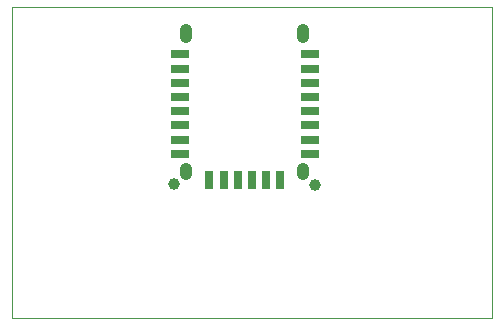
<source format=gtp>
G75*
%MOIN*%
%OFA0B0*%
%FSLAX25Y25*%
%IPPOS*%
%LPD*%
%AMOC8*
5,1,8,0,0,1.08239X$1,22.5*
%
%ADD10C,0.00000*%
%ADD11R,0.05906X0.03150*%
%ADD12R,0.03150X0.05906*%
%ADD13C,0.03937*%
%ADD14C,0.03937*%
D10*
X0001000Y0001000D02*
X0001000Y0104701D01*
X0160921Y0104701D01*
X0160921Y0001000D01*
X0001000Y0001000D01*
D11*
X0056984Y0055843D03*
X0056984Y0060567D03*
X0056984Y0065291D03*
X0056984Y0070016D03*
X0056984Y0074740D03*
X0056984Y0079465D03*
X0056984Y0084189D03*
X0056984Y0088913D03*
X0100291Y0088913D03*
X0100291Y0084189D03*
X0100291Y0079465D03*
X0100291Y0074740D03*
X0100291Y0070016D03*
X0100291Y0065291D03*
X0100291Y0060567D03*
X0100291Y0055843D03*
D12*
X0090449Y0046984D03*
X0085724Y0046984D03*
X0081000Y0046984D03*
X0076276Y0046984D03*
X0071551Y0046984D03*
X0066827Y0046984D03*
D13*
X0059150Y0049149D02*
X0059150Y0050725D01*
X0059150Y0049149D02*
X0059150Y0049149D01*
X0059150Y0050725D01*
X0059150Y0050725D01*
X0098126Y0050725D02*
X0098126Y0049149D01*
X0098126Y0049149D01*
X0098126Y0050725D01*
X0098126Y0050725D01*
X0098126Y0094819D02*
X0098126Y0097181D01*
X0098126Y0094819D02*
X0098126Y0094819D01*
X0098126Y0097181D01*
X0098126Y0097181D01*
X0059150Y0097181D02*
X0059150Y0094819D01*
X0059150Y0094819D01*
X0059150Y0097181D01*
X0059150Y0097181D01*
D14*
X0055016Y0045606D03*
X0101866Y0045409D03*
M02*

</source>
